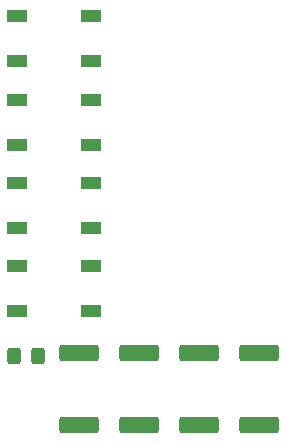
<source format=gbr>
%TF.GenerationSoftware,KiCad,Pcbnew,8.0.2-8.0.2-0~ubuntu22.04.1*%
%TF.CreationDate,2024-05-15T17:29:59+09:00*%
%TF.ProjectId,microcontroller_board,6d696372-6f63-46f6-9e74-726f6c6c6572,rev?*%
%TF.SameCoordinates,Original*%
%TF.FileFunction,Paste,Top*%
%TF.FilePolarity,Positive*%
%FSLAX46Y46*%
G04 Gerber Fmt 4.6, Leading zero omitted, Abs format (unit mm)*
G04 Created by KiCad (PCBNEW 8.0.2-8.0.2-0~ubuntu22.04.1) date 2024-05-15 17:29:59*
%MOMM*%
%LPD*%
G01*
G04 APERTURE LIST*
G04 Aperture macros list*
%AMRoundRect*
0 Rectangle with rounded corners*
0 $1 Rounding radius*
0 $2 $3 $4 $5 $6 $7 $8 $9 X,Y pos of 4 corners*
0 Add a 4 corners polygon primitive as box body*
4,1,4,$2,$3,$4,$5,$6,$7,$8,$9,$2,$3,0*
0 Add four circle primitives for the rounded corners*
1,1,$1+$1,$2,$3*
1,1,$1+$1,$4,$5*
1,1,$1+$1,$6,$7*
1,1,$1+$1,$8,$9*
0 Add four rect primitives between the rounded corners*
20,1,$1+$1,$2,$3,$4,$5,0*
20,1,$1+$1,$4,$5,$6,$7,0*
20,1,$1+$1,$6,$7,$8,$9,0*
20,1,$1+$1,$8,$9,$2,$3,0*%
G04 Aperture macros list end*
%ADD10R,1.700000X1.000000*%
%ADD11RoundRect,0.250000X-0.325000X-0.450000X0.325000X-0.450000X0.325000X0.450000X-0.325000X0.450000X0*%
%ADD12RoundRect,0.249999X-1.425001X0.450001X-1.425001X-0.450001X1.425001X-0.450001X1.425001X0.450001X0*%
G04 APERTURE END LIST*
D10*
%TO.C,S4*%
X96200000Y-66200000D03*
X102500000Y-66200000D03*
X96200000Y-62400000D03*
X102500000Y-62400000D03*
%TD*%
D11*
%TO.C,F1*%
X95950000Y-70000000D03*
X98000000Y-70000000D03*
%TD*%
D12*
%TO.C,R11*%
X111660000Y-69745000D03*
X111660000Y-75845000D03*
%TD*%
D10*
%TO.C,S2*%
X96200000Y-52146000D03*
X102500000Y-52146000D03*
X96200000Y-48346000D03*
X102500000Y-48346000D03*
%TD*%
D12*
%TO.C,R13*%
X101500000Y-69745000D03*
X101500000Y-75845000D03*
%TD*%
D10*
%TO.C,S1*%
X96200000Y-45000000D03*
X102500000Y-45000000D03*
X96200000Y-41200000D03*
X102500000Y-41200000D03*
%TD*%
D12*
%TO.C,R10*%
X116740000Y-69745000D03*
X116740000Y-75845000D03*
%TD*%
%TO.C,R12*%
X106580000Y-69745000D03*
X106580000Y-75845000D03*
%TD*%
D10*
%TO.C,S3*%
X96200000Y-59173000D03*
X102500000Y-59173000D03*
X96200000Y-55373000D03*
X102500000Y-55373000D03*
%TD*%
M02*

</source>
